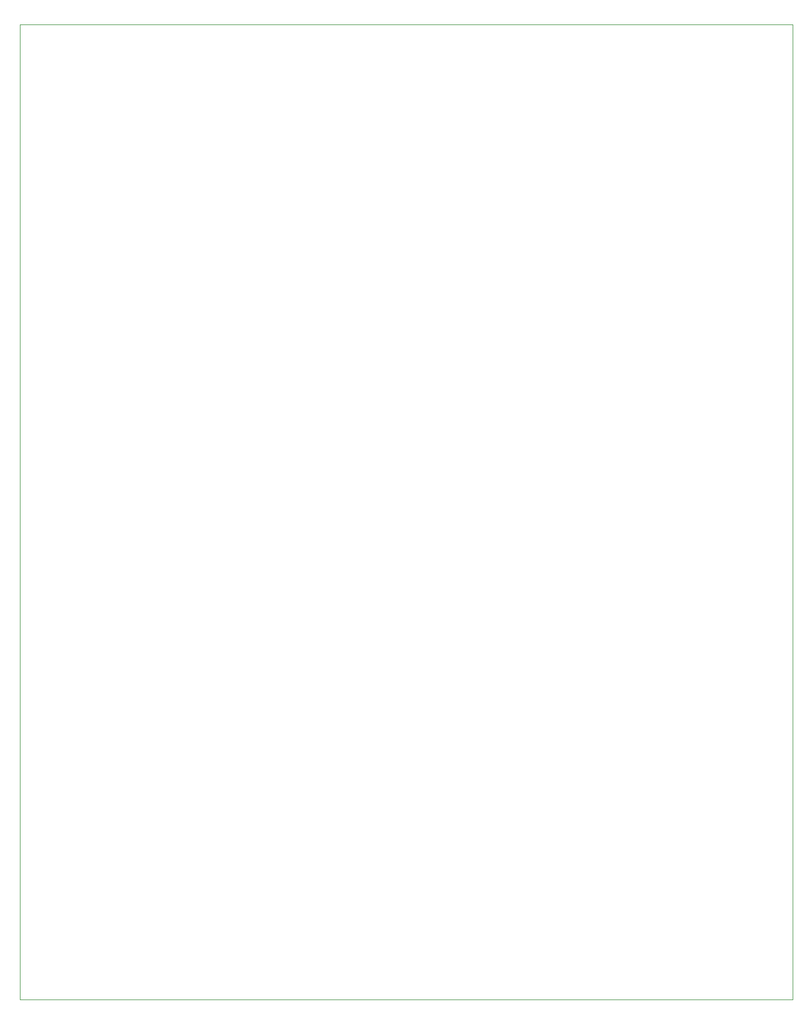
<source format=gbr>
%TF.GenerationSoftware,KiCad,Pcbnew,8.0.3*%
%TF.CreationDate,2025-01-03T10:39:23+05:30*%
%TF.ProjectId,DualPowerSupply5,4475616c-506f-4776-9572-537570706c79,rev?*%
%TF.SameCoordinates,Original*%
%TF.FileFunction,Profile,NP*%
%FSLAX46Y46*%
G04 Gerber Fmt 4.6, Leading zero omitted, Abs format (unit mm)*
G04 Created by KiCad (PCBNEW 8.0.3) date 2025-01-03 10:39:23*
%MOMM*%
%LPD*%
G01*
G04 APERTURE LIST*
%TA.AperFunction,Profile*%
%ADD10C,0.100000*%
%TD*%
G04 APERTURE END LIST*
D10*
X24500000Y-26500000D02*
X139500000Y-26500000D01*
X139500000Y-171500000D01*
X24500000Y-171500000D01*
X24500000Y-26500000D01*
M02*

</source>
